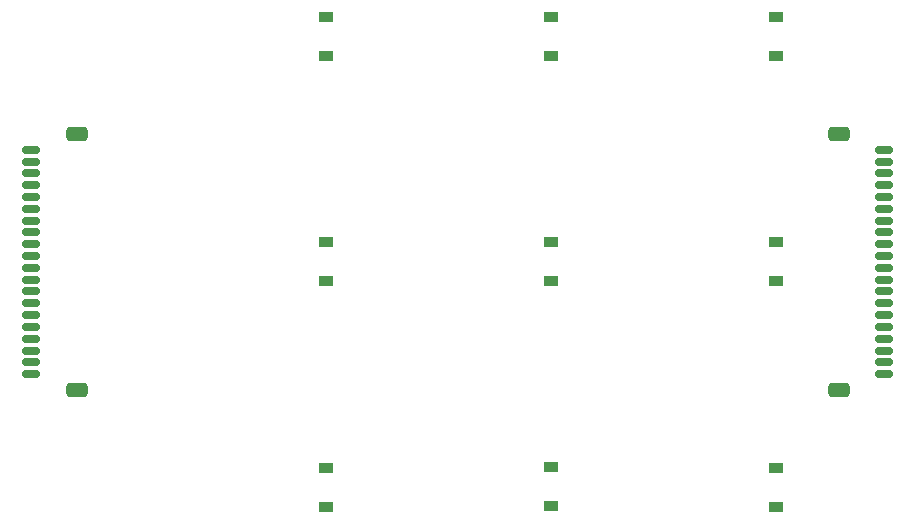
<source format=gtp>
%TF.GenerationSoftware,KiCad,Pcbnew,(6.0.9)*%
%TF.CreationDate,2023-01-13T15:25:33-06:00*%
%TF.ProjectId,Programmable Keys,50726f67-7261-46d6-9d61-626c65204b65,rev?*%
%TF.SameCoordinates,Original*%
%TF.FileFunction,Paste,Top*%
%TF.FilePolarity,Positive*%
%FSLAX46Y46*%
G04 Gerber Fmt 4.6, Leading zero omitted, Abs format (unit mm)*
G04 Created by KiCad (PCBNEW (6.0.9)) date 2023-01-13 15:25:33*
%MOMM*%
%LPD*%
G01*
G04 APERTURE LIST*
G04 Aperture macros list*
%AMRoundRect*
0 Rectangle with rounded corners*
0 $1 Rounding radius*
0 $2 $3 $4 $5 $6 $7 $8 $9 X,Y pos of 4 corners*
0 Add a 4 corners polygon primitive as box body*
4,1,4,$2,$3,$4,$5,$6,$7,$8,$9,$2,$3,0*
0 Add four circle primitives for the rounded corners*
1,1,$1+$1,$2,$3*
1,1,$1+$1,$4,$5*
1,1,$1+$1,$6,$7*
1,1,$1+$1,$8,$9*
0 Add four rect primitives between the rounded corners*
20,1,$1+$1,$2,$3,$4,$5,0*
20,1,$1+$1,$4,$5,$6,$7,0*
20,1,$1+$1,$6,$7,$8,$9,0*
20,1,$1+$1,$8,$9,$2,$3,0*%
G04 Aperture macros list end*
%ADD10R,1.200000X0.900000*%
%ADD11RoundRect,0.150000X-0.625000X0.150000X-0.625000X-0.150000X0.625000X-0.150000X0.625000X0.150000X0*%
%ADD12RoundRect,0.250000X-0.650000X0.350000X-0.650000X-0.350000X0.650000X-0.350000X0.650000X0.350000X0*%
%ADD13RoundRect,0.150000X0.625000X-0.150000X0.625000X0.150000X-0.625000X0.150000X-0.625000X-0.150000X0*%
%ADD14RoundRect,0.250000X0.650000X-0.350000X0.650000X0.350000X-0.650000X0.350000X-0.650000X-0.350000X0*%
G04 APERTURE END LIST*
D10*
%TO.C,D3*%
X175418750Y-101725000D03*
X175418750Y-98425000D03*
%TD*%
%TO.C,D9*%
X213518750Y-101725000D03*
X213518750Y-98425000D03*
%TD*%
%TO.C,D1*%
X175418750Y-63562500D03*
X175418750Y-60262500D03*
%TD*%
%TO.C,D4*%
X194468750Y-63562500D03*
X194468750Y-60262500D03*
%TD*%
%TO.C,D5*%
X194468750Y-82612500D03*
X194468750Y-79312500D03*
%TD*%
D11*
%TO.C,J2*%
X222662500Y-71462500D03*
X222662500Y-72462500D03*
X222662500Y-73462500D03*
X222662500Y-74462500D03*
X222662500Y-75462500D03*
X222662500Y-76462500D03*
X222662500Y-77462500D03*
X222662500Y-78462500D03*
X222662500Y-79462500D03*
X222662500Y-80462500D03*
X222662500Y-81462500D03*
X222662500Y-82462500D03*
X222662500Y-83462500D03*
X222662500Y-84462500D03*
X222662500Y-85462500D03*
X222662500Y-86462500D03*
X222662500Y-87462500D03*
X222662500Y-88462500D03*
X222662500Y-89462500D03*
X222662500Y-90462500D03*
D12*
X218787500Y-70162500D03*
X218787500Y-91762500D03*
%TD*%
D10*
%TO.C,D6*%
X194468750Y-101662500D03*
X194468750Y-98362500D03*
%TD*%
D13*
%TO.C,J1*%
X150400000Y-90462500D03*
X150400000Y-89462500D03*
X150400000Y-88462500D03*
X150400000Y-87462500D03*
X150400000Y-86462500D03*
X150400000Y-85462500D03*
X150400000Y-84462500D03*
X150400000Y-83462500D03*
X150400000Y-82462500D03*
X150400000Y-81462500D03*
X150400000Y-80462500D03*
X150400000Y-79462500D03*
X150400000Y-78462500D03*
X150400000Y-77462500D03*
X150400000Y-76462500D03*
X150400000Y-75462500D03*
X150400000Y-74462500D03*
X150400000Y-73462500D03*
X150400000Y-72462500D03*
X150400000Y-71462500D03*
D14*
X154275000Y-91762500D03*
X154275000Y-70162500D03*
%TD*%
D10*
%TO.C,D8*%
X213518750Y-82612500D03*
X213518750Y-79312500D03*
%TD*%
%TO.C,D7*%
X213518750Y-63562500D03*
X213518750Y-60262500D03*
%TD*%
%TO.C,D2*%
X175418750Y-82612500D03*
X175418750Y-79312500D03*
%TD*%
M02*

</source>
